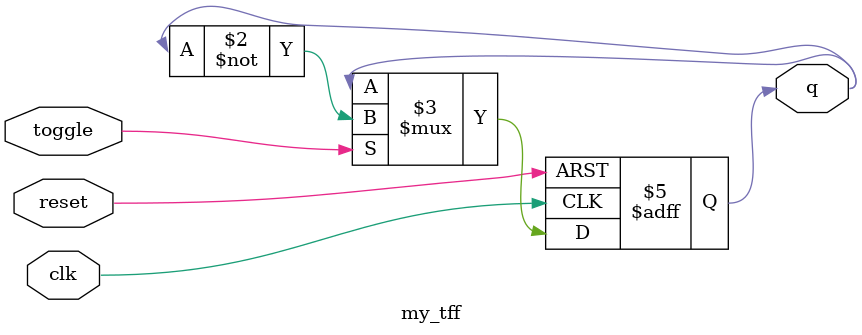
<source format=v>
module binary_counter (
    input clk,
    input reset,
    output [2:0] count
);
    wire t0, t1, t2; // Intermediate toggle signals

    // Instantiate three T flip-flops
    my_tff u0 (.clk(clk), .toggle(1'b1), .reset(reset), .q(count[0]));   // Least Significant Bit
    my_tff u1 (.clk(clk), .toggle(count[0]), .reset(reset), .q(count[1]));
    my_tff u2 (.clk(clk), .toggle(count[0] & count[1]), .reset(reset), .q(count[2]));  // Most Significant Bit

endmodule

module my_tff (
    input clk,
    input toggle,
    input reset,
    output reg q
);
    always @(posedge clk or posedge reset) begin
        if (reset)
            q <= 0;
        else if (toggle)
            q <= ~q;
    end
endmodule

</source>
